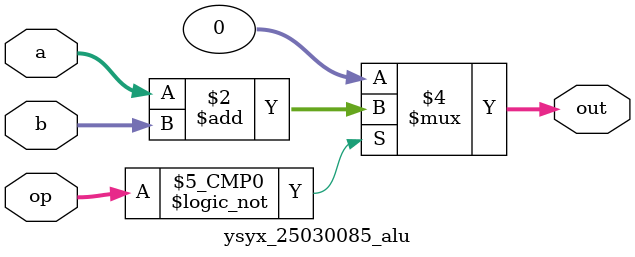
<source format=v>
module ysyx_25030085_alu(
    input [31:0] a,
    input [31:0] b,
    input [1:0] op,
    output reg [31:0] out
);
    always @(*) begin
        case(op)
            2'b00: out = a + b;  // 加法
            default: out = 32'b0;
        endcase
    end
endmodule
</source>
